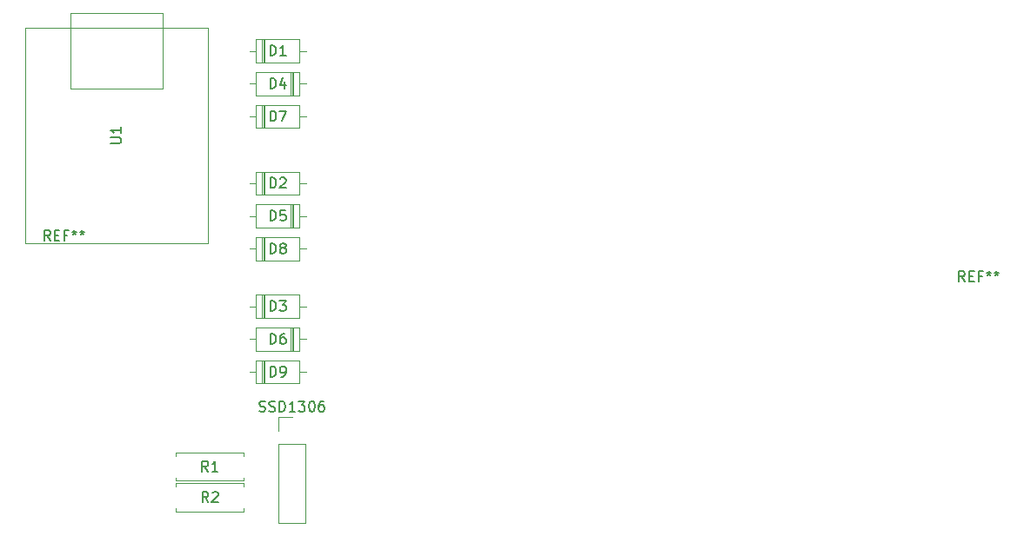
<source format=gbr>
%TF.GenerationSoftware,KiCad,Pcbnew,8.0.5+1*%
%TF.CreationDate,2024-10-20T23:16:08-06:00*%
%TF.ProjectId,Hackpad,4861636b-7061-4642-9e6b-696361645f70,rev?*%
%TF.SameCoordinates,Original*%
%TF.FileFunction,Legend,Top*%
%TF.FilePolarity,Positive*%
%FSLAX46Y46*%
G04 Gerber Fmt 4.6, Leading zero omitted, Abs format (unit mm)*
G04 Created by KiCad (PCBNEW 8.0.5+1) date 2024-10-20 23:16:08*
%MOMM*%
%LPD*%
G01*
G04 APERTURE LIST*
%ADD10C,0.150000*%
%ADD11C,0.120000*%
G04 APERTURE END LIST*
D10*
X40071905Y-42824819D02*
X40071905Y-41824819D01*
X40071905Y-41824819D02*
X40310000Y-41824819D01*
X40310000Y-41824819D02*
X40452857Y-41872438D01*
X40452857Y-41872438D02*
X40548095Y-41967676D01*
X40548095Y-41967676D02*
X40595714Y-42062914D01*
X40595714Y-42062914D02*
X40643333Y-42253390D01*
X40643333Y-42253390D02*
X40643333Y-42396247D01*
X40643333Y-42396247D02*
X40595714Y-42586723D01*
X40595714Y-42586723D02*
X40548095Y-42681961D01*
X40548095Y-42681961D02*
X40452857Y-42777200D01*
X40452857Y-42777200D02*
X40310000Y-42824819D01*
X40310000Y-42824819D02*
X40071905Y-42824819D01*
X40976667Y-41824819D02*
X41595714Y-41824819D01*
X41595714Y-41824819D02*
X41262381Y-42205771D01*
X41262381Y-42205771D02*
X41405238Y-42205771D01*
X41405238Y-42205771D02*
X41500476Y-42253390D01*
X41500476Y-42253390D02*
X41548095Y-42301009D01*
X41548095Y-42301009D02*
X41595714Y-42396247D01*
X41595714Y-42396247D02*
X41595714Y-42634342D01*
X41595714Y-42634342D02*
X41548095Y-42729580D01*
X41548095Y-42729580D02*
X41500476Y-42777200D01*
X41500476Y-42777200D02*
X41405238Y-42824819D01*
X41405238Y-42824819D02*
X41119524Y-42824819D01*
X41119524Y-42824819D02*
X41024286Y-42777200D01*
X41024286Y-42777200D02*
X40976667Y-42729580D01*
X40071905Y-30824819D02*
X40071905Y-29824819D01*
X40071905Y-29824819D02*
X40310000Y-29824819D01*
X40310000Y-29824819D02*
X40452857Y-29872438D01*
X40452857Y-29872438D02*
X40548095Y-29967676D01*
X40548095Y-29967676D02*
X40595714Y-30062914D01*
X40595714Y-30062914D02*
X40643333Y-30253390D01*
X40643333Y-30253390D02*
X40643333Y-30396247D01*
X40643333Y-30396247D02*
X40595714Y-30586723D01*
X40595714Y-30586723D02*
X40548095Y-30681961D01*
X40548095Y-30681961D02*
X40452857Y-30777200D01*
X40452857Y-30777200D02*
X40310000Y-30824819D01*
X40310000Y-30824819D02*
X40071905Y-30824819D01*
X41024286Y-29920057D02*
X41071905Y-29872438D01*
X41071905Y-29872438D02*
X41167143Y-29824819D01*
X41167143Y-29824819D02*
X41405238Y-29824819D01*
X41405238Y-29824819D02*
X41500476Y-29872438D01*
X41500476Y-29872438D02*
X41548095Y-29920057D01*
X41548095Y-29920057D02*
X41595714Y-30015295D01*
X41595714Y-30015295D02*
X41595714Y-30110533D01*
X41595714Y-30110533D02*
X41548095Y-30253390D01*
X41548095Y-30253390D02*
X40976667Y-30824819D01*
X40976667Y-30824819D02*
X41595714Y-30824819D01*
X40071905Y-21124819D02*
X40071905Y-20124819D01*
X40071905Y-20124819D02*
X40310000Y-20124819D01*
X40310000Y-20124819D02*
X40452857Y-20172438D01*
X40452857Y-20172438D02*
X40548095Y-20267676D01*
X40548095Y-20267676D02*
X40595714Y-20362914D01*
X40595714Y-20362914D02*
X40643333Y-20553390D01*
X40643333Y-20553390D02*
X40643333Y-20696247D01*
X40643333Y-20696247D02*
X40595714Y-20886723D01*
X40595714Y-20886723D02*
X40548095Y-20981961D01*
X40548095Y-20981961D02*
X40452857Y-21077200D01*
X40452857Y-21077200D02*
X40310000Y-21124819D01*
X40310000Y-21124819D02*
X40071905Y-21124819D01*
X41500476Y-20458152D02*
X41500476Y-21124819D01*
X41262381Y-20077200D02*
X41024286Y-20791485D01*
X41024286Y-20791485D02*
X41643333Y-20791485D01*
X40071905Y-46024819D02*
X40071905Y-45024819D01*
X40071905Y-45024819D02*
X40310000Y-45024819D01*
X40310000Y-45024819D02*
X40452857Y-45072438D01*
X40452857Y-45072438D02*
X40548095Y-45167676D01*
X40548095Y-45167676D02*
X40595714Y-45262914D01*
X40595714Y-45262914D02*
X40643333Y-45453390D01*
X40643333Y-45453390D02*
X40643333Y-45596247D01*
X40643333Y-45596247D02*
X40595714Y-45786723D01*
X40595714Y-45786723D02*
X40548095Y-45881961D01*
X40548095Y-45881961D02*
X40452857Y-45977200D01*
X40452857Y-45977200D02*
X40310000Y-46024819D01*
X40310000Y-46024819D02*
X40071905Y-46024819D01*
X41500476Y-45024819D02*
X41310000Y-45024819D01*
X41310000Y-45024819D02*
X41214762Y-45072438D01*
X41214762Y-45072438D02*
X41167143Y-45120057D01*
X41167143Y-45120057D02*
X41071905Y-45262914D01*
X41071905Y-45262914D02*
X41024286Y-45453390D01*
X41024286Y-45453390D02*
X41024286Y-45834342D01*
X41024286Y-45834342D02*
X41071905Y-45929580D01*
X41071905Y-45929580D02*
X41119524Y-45977200D01*
X41119524Y-45977200D02*
X41214762Y-46024819D01*
X41214762Y-46024819D02*
X41405238Y-46024819D01*
X41405238Y-46024819D02*
X41500476Y-45977200D01*
X41500476Y-45977200D02*
X41548095Y-45929580D01*
X41548095Y-45929580D02*
X41595714Y-45834342D01*
X41595714Y-45834342D02*
X41595714Y-45596247D01*
X41595714Y-45596247D02*
X41548095Y-45501009D01*
X41548095Y-45501009D02*
X41500476Y-45453390D01*
X41500476Y-45453390D02*
X41405238Y-45405771D01*
X41405238Y-45405771D02*
X41214762Y-45405771D01*
X41214762Y-45405771D02*
X41119524Y-45453390D01*
X41119524Y-45453390D02*
X41071905Y-45501009D01*
X41071905Y-45501009D02*
X41024286Y-45596247D01*
X18666666Y-35954819D02*
X18333333Y-35478628D01*
X18095238Y-35954819D02*
X18095238Y-34954819D01*
X18095238Y-34954819D02*
X18476190Y-34954819D01*
X18476190Y-34954819D02*
X18571428Y-35002438D01*
X18571428Y-35002438D02*
X18619047Y-35050057D01*
X18619047Y-35050057D02*
X18666666Y-35145295D01*
X18666666Y-35145295D02*
X18666666Y-35288152D01*
X18666666Y-35288152D02*
X18619047Y-35383390D01*
X18619047Y-35383390D02*
X18571428Y-35431009D01*
X18571428Y-35431009D02*
X18476190Y-35478628D01*
X18476190Y-35478628D02*
X18095238Y-35478628D01*
X19095238Y-35431009D02*
X19428571Y-35431009D01*
X19571428Y-35954819D02*
X19095238Y-35954819D01*
X19095238Y-35954819D02*
X19095238Y-34954819D01*
X19095238Y-34954819D02*
X19571428Y-34954819D01*
X20333333Y-35431009D02*
X20000000Y-35431009D01*
X20000000Y-35954819D02*
X20000000Y-34954819D01*
X20000000Y-34954819D02*
X20476190Y-34954819D01*
X21000000Y-34954819D02*
X21000000Y-35192914D01*
X20761905Y-35097676D02*
X21000000Y-35192914D01*
X21000000Y-35192914D02*
X21238095Y-35097676D01*
X20857143Y-35383390D02*
X21000000Y-35192914D01*
X21000000Y-35192914D02*
X21142857Y-35383390D01*
X21761905Y-34954819D02*
X21761905Y-35192914D01*
X21523810Y-35097676D02*
X21761905Y-35192914D01*
X21761905Y-35192914D02*
X22000000Y-35097676D01*
X21619048Y-35383390D02*
X21761905Y-35192914D01*
X21761905Y-35192914D02*
X21904762Y-35383390D01*
X40071905Y-37224819D02*
X40071905Y-36224819D01*
X40071905Y-36224819D02*
X40310000Y-36224819D01*
X40310000Y-36224819D02*
X40452857Y-36272438D01*
X40452857Y-36272438D02*
X40548095Y-36367676D01*
X40548095Y-36367676D02*
X40595714Y-36462914D01*
X40595714Y-36462914D02*
X40643333Y-36653390D01*
X40643333Y-36653390D02*
X40643333Y-36796247D01*
X40643333Y-36796247D02*
X40595714Y-36986723D01*
X40595714Y-36986723D02*
X40548095Y-37081961D01*
X40548095Y-37081961D02*
X40452857Y-37177200D01*
X40452857Y-37177200D02*
X40310000Y-37224819D01*
X40310000Y-37224819D02*
X40071905Y-37224819D01*
X41214762Y-36653390D02*
X41119524Y-36605771D01*
X41119524Y-36605771D02*
X41071905Y-36558152D01*
X41071905Y-36558152D02*
X41024286Y-36462914D01*
X41024286Y-36462914D02*
X41024286Y-36415295D01*
X41024286Y-36415295D02*
X41071905Y-36320057D01*
X41071905Y-36320057D02*
X41119524Y-36272438D01*
X41119524Y-36272438D02*
X41214762Y-36224819D01*
X41214762Y-36224819D02*
X41405238Y-36224819D01*
X41405238Y-36224819D02*
X41500476Y-36272438D01*
X41500476Y-36272438D02*
X41548095Y-36320057D01*
X41548095Y-36320057D02*
X41595714Y-36415295D01*
X41595714Y-36415295D02*
X41595714Y-36462914D01*
X41595714Y-36462914D02*
X41548095Y-36558152D01*
X41548095Y-36558152D02*
X41500476Y-36605771D01*
X41500476Y-36605771D02*
X41405238Y-36653390D01*
X41405238Y-36653390D02*
X41214762Y-36653390D01*
X41214762Y-36653390D02*
X41119524Y-36701009D01*
X41119524Y-36701009D02*
X41071905Y-36748628D01*
X41071905Y-36748628D02*
X41024286Y-36843866D01*
X41024286Y-36843866D02*
X41024286Y-37034342D01*
X41024286Y-37034342D02*
X41071905Y-37129580D01*
X41071905Y-37129580D02*
X41119524Y-37177200D01*
X41119524Y-37177200D02*
X41214762Y-37224819D01*
X41214762Y-37224819D02*
X41405238Y-37224819D01*
X41405238Y-37224819D02*
X41500476Y-37177200D01*
X41500476Y-37177200D02*
X41548095Y-37129580D01*
X41548095Y-37129580D02*
X41595714Y-37034342D01*
X41595714Y-37034342D02*
X41595714Y-36843866D01*
X41595714Y-36843866D02*
X41548095Y-36748628D01*
X41548095Y-36748628D02*
X41500476Y-36701009D01*
X41500476Y-36701009D02*
X41405238Y-36653390D01*
X34023333Y-58454819D02*
X33690000Y-57978628D01*
X33451905Y-58454819D02*
X33451905Y-57454819D01*
X33451905Y-57454819D02*
X33832857Y-57454819D01*
X33832857Y-57454819D02*
X33928095Y-57502438D01*
X33928095Y-57502438D02*
X33975714Y-57550057D01*
X33975714Y-57550057D02*
X34023333Y-57645295D01*
X34023333Y-57645295D02*
X34023333Y-57788152D01*
X34023333Y-57788152D02*
X33975714Y-57883390D01*
X33975714Y-57883390D02*
X33928095Y-57931009D01*
X33928095Y-57931009D02*
X33832857Y-57978628D01*
X33832857Y-57978628D02*
X33451905Y-57978628D01*
X34975714Y-58454819D02*
X34404286Y-58454819D01*
X34690000Y-58454819D02*
X34690000Y-57454819D01*
X34690000Y-57454819D02*
X34594762Y-57597676D01*
X34594762Y-57597676D02*
X34499524Y-57692914D01*
X34499524Y-57692914D02*
X34404286Y-57740533D01*
X39023333Y-52577200D02*
X39166190Y-52624819D01*
X39166190Y-52624819D02*
X39404285Y-52624819D01*
X39404285Y-52624819D02*
X39499523Y-52577200D01*
X39499523Y-52577200D02*
X39547142Y-52529580D01*
X39547142Y-52529580D02*
X39594761Y-52434342D01*
X39594761Y-52434342D02*
X39594761Y-52339104D01*
X39594761Y-52339104D02*
X39547142Y-52243866D01*
X39547142Y-52243866D02*
X39499523Y-52196247D01*
X39499523Y-52196247D02*
X39404285Y-52148628D01*
X39404285Y-52148628D02*
X39213809Y-52101009D01*
X39213809Y-52101009D02*
X39118571Y-52053390D01*
X39118571Y-52053390D02*
X39070952Y-52005771D01*
X39070952Y-52005771D02*
X39023333Y-51910533D01*
X39023333Y-51910533D02*
X39023333Y-51815295D01*
X39023333Y-51815295D02*
X39070952Y-51720057D01*
X39070952Y-51720057D02*
X39118571Y-51672438D01*
X39118571Y-51672438D02*
X39213809Y-51624819D01*
X39213809Y-51624819D02*
X39451904Y-51624819D01*
X39451904Y-51624819D02*
X39594761Y-51672438D01*
X39975714Y-52577200D02*
X40118571Y-52624819D01*
X40118571Y-52624819D02*
X40356666Y-52624819D01*
X40356666Y-52624819D02*
X40451904Y-52577200D01*
X40451904Y-52577200D02*
X40499523Y-52529580D01*
X40499523Y-52529580D02*
X40547142Y-52434342D01*
X40547142Y-52434342D02*
X40547142Y-52339104D01*
X40547142Y-52339104D02*
X40499523Y-52243866D01*
X40499523Y-52243866D02*
X40451904Y-52196247D01*
X40451904Y-52196247D02*
X40356666Y-52148628D01*
X40356666Y-52148628D02*
X40166190Y-52101009D01*
X40166190Y-52101009D02*
X40070952Y-52053390D01*
X40070952Y-52053390D02*
X40023333Y-52005771D01*
X40023333Y-52005771D02*
X39975714Y-51910533D01*
X39975714Y-51910533D02*
X39975714Y-51815295D01*
X39975714Y-51815295D02*
X40023333Y-51720057D01*
X40023333Y-51720057D02*
X40070952Y-51672438D01*
X40070952Y-51672438D02*
X40166190Y-51624819D01*
X40166190Y-51624819D02*
X40404285Y-51624819D01*
X40404285Y-51624819D02*
X40547142Y-51672438D01*
X40975714Y-52624819D02*
X40975714Y-51624819D01*
X40975714Y-51624819D02*
X41213809Y-51624819D01*
X41213809Y-51624819D02*
X41356666Y-51672438D01*
X41356666Y-51672438D02*
X41451904Y-51767676D01*
X41451904Y-51767676D02*
X41499523Y-51862914D01*
X41499523Y-51862914D02*
X41547142Y-52053390D01*
X41547142Y-52053390D02*
X41547142Y-52196247D01*
X41547142Y-52196247D02*
X41499523Y-52386723D01*
X41499523Y-52386723D02*
X41451904Y-52481961D01*
X41451904Y-52481961D02*
X41356666Y-52577200D01*
X41356666Y-52577200D02*
X41213809Y-52624819D01*
X41213809Y-52624819D02*
X40975714Y-52624819D01*
X42499523Y-52624819D02*
X41928095Y-52624819D01*
X42213809Y-52624819D02*
X42213809Y-51624819D01*
X42213809Y-51624819D02*
X42118571Y-51767676D01*
X42118571Y-51767676D02*
X42023333Y-51862914D01*
X42023333Y-51862914D02*
X41928095Y-51910533D01*
X42832857Y-51624819D02*
X43451904Y-51624819D01*
X43451904Y-51624819D02*
X43118571Y-52005771D01*
X43118571Y-52005771D02*
X43261428Y-52005771D01*
X43261428Y-52005771D02*
X43356666Y-52053390D01*
X43356666Y-52053390D02*
X43404285Y-52101009D01*
X43404285Y-52101009D02*
X43451904Y-52196247D01*
X43451904Y-52196247D02*
X43451904Y-52434342D01*
X43451904Y-52434342D02*
X43404285Y-52529580D01*
X43404285Y-52529580D02*
X43356666Y-52577200D01*
X43356666Y-52577200D02*
X43261428Y-52624819D01*
X43261428Y-52624819D02*
X42975714Y-52624819D01*
X42975714Y-52624819D02*
X42880476Y-52577200D01*
X42880476Y-52577200D02*
X42832857Y-52529580D01*
X44070952Y-51624819D02*
X44166190Y-51624819D01*
X44166190Y-51624819D02*
X44261428Y-51672438D01*
X44261428Y-51672438D02*
X44309047Y-51720057D01*
X44309047Y-51720057D02*
X44356666Y-51815295D01*
X44356666Y-51815295D02*
X44404285Y-52005771D01*
X44404285Y-52005771D02*
X44404285Y-52243866D01*
X44404285Y-52243866D02*
X44356666Y-52434342D01*
X44356666Y-52434342D02*
X44309047Y-52529580D01*
X44309047Y-52529580D02*
X44261428Y-52577200D01*
X44261428Y-52577200D02*
X44166190Y-52624819D01*
X44166190Y-52624819D02*
X44070952Y-52624819D01*
X44070952Y-52624819D02*
X43975714Y-52577200D01*
X43975714Y-52577200D02*
X43928095Y-52529580D01*
X43928095Y-52529580D02*
X43880476Y-52434342D01*
X43880476Y-52434342D02*
X43832857Y-52243866D01*
X43832857Y-52243866D02*
X43832857Y-52005771D01*
X43832857Y-52005771D02*
X43880476Y-51815295D01*
X43880476Y-51815295D02*
X43928095Y-51720057D01*
X43928095Y-51720057D02*
X43975714Y-51672438D01*
X43975714Y-51672438D02*
X44070952Y-51624819D01*
X45261428Y-51624819D02*
X45070952Y-51624819D01*
X45070952Y-51624819D02*
X44975714Y-51672438D01*
X44975714Y-51672438D02*
X44928095Y-51720057D01*
X44928095Y-51720057D02*
X44832857Y-51862914D01*
X44832857Y-51862914D02*
X44785238Y-52053390D01*
X44785238Y-52053390D02*
X44785238Y-52434342D01*
X44785238Y-52434342D02*
X44832857Y-52529580D01*
X44832857Y-52529580D02*
X44880476Y-52577200D01*
X44880476Y-52577200D02*
X44975714Y-52624819D01*
X44975714Y-52624819D02*
X45166190Y-52624819D01*
X45166190Y-52624819D02*
X45261428Y-52577200D01*
X45261428Y-52577200D02*
X45309047Y-52529580D01*
X45309047Y-52529580D02*
X45356666Y-52434342D01*
X45356666Y-52434342D02*
X45356666Y-52196247D01*
X45356666Y-52196247D02*
X45309047Y-52101009D01*
X45309047Y-52101009D02*
X45261428Y-52053390D01*
X45261428Y-52053390D02*
X45166190Y-52005771D01*
X45166190Y-52005771D02*
X44975714Y-52005771D01*
X44975714Y-52005771D02*
X44880476Y-52053390D01*
X44880476Y-52053390D02*
X44832857Y-52101009D01*
X44832857Y-52101009D02*
X44785238Y-52196247D01*
X40071905Y-49224819D02*
X40071905Y-48224819D01*
X40071905Y-48224819D02*
X40310000Y-48224819D01*
X40310000Y-48224819D02*
X40452857Y-48272438D01*
X40452857Y-48272438D02*
X40548095Y-48367676D01*
X40548095Y-48367676D02*
X40595714Y-48462914D01*
X40595714Y-48462914D02*
X40643333Y-48653390D01*
X40643333Y-48653390D02*
X40643333Y-48796247D01*
X40643333Y-48796247D02*
X40595714Y-48986723D01*
X40595714Y-48986723D02*
X40548095Y-49081961D01*
X40548095Y-49081961D02*
X40452857Y-49177200D01*
X40452857Y-49177200D02*
X40310000Y-49224819D01*
X40310000Y-49224819D02*
X40071905Y-49224819D01*
X41119524Y-49224819D02*
X41310000Y-49224819D01*
X41310000Y-49224819D02*
X41405238Y-49177200D01*
X41405238Y-49177200D02*
X41452857Y-49129580D01*
X41452857Y-49129580D02*
X41548095Y-48986723D01*
X41548095Y-48986723D02*
X41595714Y-48796247D01*
X41595714Y-48796247D02*
X41595714Y-48415295D01*
X41595714Y-48415295D02*
X41548095Y-48320057D01*
X41548095Y-48320057D02*
X41500476Y-48272438D01*
X41500476Y-48272438D02*
X41405238Y-48224819D01*
X41405238Y-48224819D02*
X41214762Y-48224819D01*
X41214762Y-48224819D02*
X41119524Y-48272438D01*
X41119524Y-48272438D02*
X41071905Y-48320057D01*
X41071905Y-48320057D02*
X41024286Y-48415295D01*
X41024286Y-48415295D02*
X41024286Y-48653390D01*
X41024286Y-48653390D02*
X41071905Y-48748628D01*
X41071905Y-48748628D02*
X41119524Y-48796247D01*
X41119524Y-48796247D02*
X41214762Y-48843866D01*
X41214762Y-48843866D02*
X41405238Y-48843866D01*
X41405238Y-48843866D02*
X41500476Y-48796247D01*
X41500476Y-48796247D02*
X41548095Y-48748628D01*
X41548095Y-48748628D02*
X41595714Y-48653390D01*
X34053333Y-61454819D02*
X33720000Y-60978628D01*
X33481905Y-61454819D02*
X33481905Y-60454819D01*
X33481905Y-60454819D02*
X33862857Y-60454819D01*
X33862857Y-60454819D02*
X33958095Y-60502438D01*
X33958095Y-60502438D02*
X34005714Y-60550057D01*
X34005714Y-60550057D02*
X34053333Y-60645295D01*
X34053333Y-60645295D02*
X34053333Y-60788152D01*
X34053333Y-60788152D02*
X34005714Y-60883390D01*
X34005714Y-60883390D02*
X33958095Y-60931009D01*
X33958095Y-60931009D02*
X33862857Y-60978628D01*
X33862857Y-60978628D02*
X33481905Y-60978628D01*
X34434286Y-60550057D02*
X34481905Y-60502438D01*
X34481905Y-60502438D02*
X34577143Y-60454819D01*
X34577143Y-60454819D02*
X34815238Y-60454819D01*
X34815238Y-60454819D02*
X34910476Y-60502438D01*
X34910476Y-60502438D02*
X34958095Y-60550057D01*
X34958095Y-60550057D02*
X35005714Y-60645295D01*
X35005714Y-60645295D02*
X35005714Y-60740533D01*
X35005714Y-60740533D02*
X34958095Y-60883390D01*
X34958095Y-60883390D02*
X34386667Y-61454819D01*
X34386667Y-61454819D02*
X35005714Y-61454819D01*
X107666666Y-39954819D02*
X107333333Y-39478628D01*
X107095238Y-39954819D02*
X107095238Y-38954819D01*
X107095238Y-38954819D02*
X107476190Y-38954819D01*
X107476190Y-38954819D02*
X107571428Y-39002438D01*
X107571428Y-39002438D02*
X107619047Y-39050057D01*
X107619047Y-39050057D02*
X107666666Y-39145295D01*
X107666666Y-39145295D02*
X107666666Y-39288152D01*
X107666666Y-39288152D02*
X107619047Y-39383390D01*
X107619047Y-39383390D02*
X107571428Y-39431009D01*
X107571428Y-39431009D02*
X107476190Y-39478628D01*
X107476190Y-39478628D02*
X107095238Y-39478628D01*
X108095238Y-39431009D02*
X108428571Y-39431009D01*
X108571428Y-39954819D02*
X108095238Y-39954819D01*
X108095238Y-39954819D02*
X108095238Y-38954819D01*
X108095238Y-38954819D02*
X108571428Y-38954819D01*
X109333333Y-39431009D02*
X109000000Y-39431009D01*
X109000000Y-39954819D02*
X109000000Y-38954819D01*
X109000000Y-38954819D02*
X109476190Y-38954819D01*
X110000000Y-38954819D02*
X110000000Y-39192914D01*
X109761905Y-39097676D02*
X110000000Y-39192914D01*
X110000000Y-39192914D02*
X110238095Y-39097676D01*
X109857143Y-39383390D02*
X110000000Y-39192914D01*
X110000000Y-39192914D02*
X110142857Y-39383390D01*
X110761905Y-38954819D02*
X110761905Y-39192914D01*
X110523810Y-39097676D02*
X110761905Y-39192914D01*
X110761905Y-39192914D02*
X111000000Y-39097676D01*
X110619048Y-39383390D02*
X110761905Y-39192914D01*
X110761905Y-39192914D02*
X110904762Y-39383390D01*
X40071905Y-24324819D02*
X40071905Y-23324819D01*
X40071905Y-23324819D02*
X40310000Y-23324819D01*
X40310000Y-23324819D02*
X40452857Y-23372438D01*
X40452857Y-23372438D02*
X40548095Y-23467676D01*
X40548095Y-23467676D02*
X40595714Y-23562914D01*
X40595714Y-23562914D02*
X40643333Y-23753390D01*
X40643333Y-23753390D02*
X40643333Y-23896247D01*
X40643333Y-23896247D02*
X40595714Y-24086723D01*
X40595714Y-24086723D02*
X40548095Y-24181961D01*
X40548095Y-24181961D02*
X40452857Y-24277200D01*
X40452857Y-24277200D02*
X40310000Y-24324819D01*
X40310000Y-24324819D02*
X40071905Y-24324819D01*
X40976667Y-23324819D02*
X41643333Y-23324819D01*
X41643333Y-23324819D02*
X41214762Y-24324819D01*
X24554819Y-26486904D02*
X25364342Y-26486904D01*
X25364342Y-26486904D02*
X25459580Y-26439285D01*
X25459580Y-26439285D02*
X25507200Y-26391666D01*
X25507200Y-26391666D02*
X25554819Y-26296428D01*
X25554819Y-26296428D02*
X25554819Y-26105952D01*
X25554819Y-26105952D02*
X25507200Y-26010714D01*
X25507200Y-26010714D02*
X25459580Y-25963095D01*
X25459580Y-25963095D02*
X25364342Y-25915476D01*
X25364342Y-25915476D02*
X24554819Y-25915476D01*
X25554819Y-24915476D02*
X25554819Y-25486904D01*
X25554819Y-25201190D02*
X24554819Y-25201190D01*
X24554819Y-25201190D02*
X24697676Y-25296428D01*
X24697676Y-25296428D02*
X24792914Y-25391666D01*
X24792914Y-25391666D02*
X24840533Y-25486904D01*
X40071905Y-34024819D02*
X40071905Y-33024819D01*
X40071905Y-33024819D02*
X40310000Y-33024819D01*
X40310000Y-33024819D02*
X40452857Y-33072438D01*
X40452857Y-33072438D02*
X40548095Y-33167676D01*
X40548095Y-33167676D02*
X40595714Y-33262914D01*
X40595714Y-33262914D02*
X40643333Y-33453390D01*
X40643333Y-33453390D02*
X40643333Y-33596247D01*
X40643333Y-33596247D02*
X40595714Y-33786723D01*
X40595714Y-33786723D02*
X40548095Y-33881961D01*
X40548095Y-33881961D02*
X40452857Y-33977200D01*
X40452857Y-33977200D02*
X40310000Y-34024819D01*
X40310000Y-34024819D02*
X40071905Y-34024819D01*
X41548095Y-33024819D02*
X41071905Y-33024819D01*
X41071905Y-33024819D02*
X41024286Y-33501009D01*
X41024286Y-33501009D02*
X41071905Y-33453390D01*
X41071905Y-33453390D02*
X41167143Y-33405771D01*
X41167143Y-33405771D02*
X41405238Y-33405771D01*
X41405238Y-33405771D02*
X41500476Y-33453390D01*
X41500476Y-33453390D02*
X41548095Y-33501009D01*
X41548095Y-33501009D02*
X41595714Y-33596247D01*
X41595714Y-33596247D02*
X41595714Y-33834342D01*
X41595714Y-33834342D02*
X41548095Y-33929580D01*
X41548095Y-33929580D02*
X41500476Y-33977200D01*
X41500476Y-33977200D02*
X41405238Y-34024819D01*
X41405238Y-34024819D02*
X41167143Y-34024819D01*
X41167143Y-34024819D02*
X41071905Y-33977200D01*
X41071905Y-33977200D02*
X41024286Y-33929580D01*
X40071905Y-17924819D02*
X40071905Y-16924819D01*
X40071905Y-16924819D02*
X40310000Y-16924819D01*
X40310000Y-16924819D02*
X40452857Y-16972438D01*
X40452857Y-16972438D02*
X40548095Y-17067676D01*
X40548095Y-17067676D02*
X40595714Y-17162914D01*
X40595714Y-17162914D02*
X40643333Y-17353390D01*
X40643333Y-17353390D02*
X40643333Y-17496247D01*
X40643333Y-17496247D02*
X40595714Y-17686723D01*
X40595714Y-17686723D02*
X40548095Y-17781961D01*
X40548095Y-17781961D02*
X40452857Y-17877200D01*
X40452857Y-17877200D02*
X40310000Y-17924819D01*
X40310000Y-17924819D02*
X40071905Y-17924819D01*
X41595714Y-17924819D02*
X41024286Y-17924819D01*
X41310000Y-17924819D02*
X41310000Y-16924819D01*
X41310000Y-16924819D02*
X41214762Y-17067676D01*
X41214762Y-17067676D02*
X41119524Y-17162914D01*
X41119524Y-17162914D02*
X41024286Y-17210533D01*
D11*
%TO.C,D3*%
X38040000Y-42370000D02*
X38690000Y-42370000D01*
X38690000Y-41250000D02*
X38690000Y-43490000D01*
X38690000Y-43490000D02*
X42930000Y-43490000D01*
X39290000Y-41250000D02*
X39290000Y-43490000D01*
X39410000Y-41250000D02*
X39410000Y-43490000D01*
X39530000Y-41250000D02*
X39530000Y-43490000D01*
X42930000Y-41250000D02*
X38690000Y-41250000D01*
X42930000Y-43490000D02*
X42930000Y-41250000D01*
X43580000Y-42370000D02*
X42930000Y-42370000D01*
%TO.C,D2*%
X38040000Y-30370000D02*
X38690000Y-30370000D01*
X38690000Y-29250000D02*
X38690000Y-31490000D01*
X38690000Y-31490000D02*
X42930000Y-31490000D01*
X39290000Y-29250000D02*
X39290000Y-31490000D01*
X39410000Y-29250000D02*
X39410000Y-31490000D01*
X39530000Y-29250000D02*
X39530000Y-31490000D01*
X42930000Y-29250000D02*
X38690000Y-29250000D01*
X42930000Y-31490000D02*
X42930000Y-29250000D01*
X43580000Y-30370000D02*
X42930000Y-30370000D01*
%TO.C,D4*%
X38040000Y-20670000D02*
X38690000Y-20670000D01*
X38690000Y-19550000D02*
X38690000Y-21790000D01*
X38690000Y-21790000D02*
X42930000Y-21790000D01*
X42090000Y-21790000D02*
X42090000Y-19550000D01*
X42210000Y-21790000D02*
X42210000Y-19550000D01*
X42330000Y-21790000D02*
X42330000Y-19550000D01*
X42930000Y-19550000D02*
X38690000Y-19550000D01*
X42930000Y-21790000D02*
X42930000Y-19550000D01*
X43580000Y-20670000D02*
X42930000Y-20670000D01*
%TO.C,D6*%
X38040000Y-45570000D02*
X38690000Y-45570000D01*
X38690000Y-44450000D02*
X38690000Y-46690000D01*
X38690000Y-46690000D02*
X42930000Y-46690000D01*
X42090000Y-46690000D02*
X42090000Y-44450000D01*
X42210000Y-46690000D02*
X42210000Y-44450000D01*
X42330000Y-46690000D02*
X42330000Y-44450000D01*
X42930000Y-44450000D02*
X38690000Y-44450000D01*
X42930000Y-46690000D02*
X42930000Y-44450000D01*
X43580000Y-45570000D02*
X42930000Y-45570000D01*
%TO.C,D8*%
X38040000Y-36770000D02*
X38690000Y-36770000D01*
X38690000Y-35650000D02*
X38690000Y-37890000D01*
X38690000Y-37890000D02*
X42930000Y-37890000D01*
X39290000Y-35650000D02*
X39290000Y-37890000D01*
X39410000Y-35650000D02*
X39410000Y-37890000D01*
X39530000Y-35650000D02*
X39530000Y-37890000D01*
X42930000Y-35650000D02*
X38690000Y-35650000D01*
X42930000Y-37890000D02*
X42930000Y-35650000D01*
X43580000Y-36770000D02*
X42930000Y-36770000D01*
%TO.C,R1*%
X30920000Y-56630000D02*
X30920000Y-56960000D01*
X30920000Y-59370000D02*
X30920000Y-59040000D01*
X37460000Y-56630000D02*
X30920000Y-56630000D01*
X37460000Y-56960000D02*
X37460000Y-56630000D01*
X37460000Y-59040000D02*
X37460000Y-59370000D01*
X37460000Y-59370000D02*
X30920000Y-59370000D01*
%TO.C,SSD1306*%
X40860000Y-53170000D02*
X42190000Y-53170000D01*
X40860000Y-54500000D02*
X40860000Y-53170000D01*
X40860000Y-55770000D02*
X40860000Y-63450000D01*
X40860000Y-55770000D02*
X43520000Y-55770000D01*
X40860000Y-63450000D02*
X43520000Y-63450000D01*
X43520000Y-55770000D02*
X43520000Y-63450000D01*
%TO.C,D9*%
X38040000Y-48770000D02*
X38690000Y-48770000D01*
X38690000Y-47650000D02*
X38690000Y-49890000D01*
X38690000Y-49890000D02*
X42930000Y-49890000D01*
X39290000Y-47650000D02*
X39290000Y-49890000D01*
X39410000Y-47650000D02*
X39410000Y-49890000D01*
X39530000Y-47650000D02*
X39530000Y-49890000D01*
X42930000Y-47650000D02*
X38690000Y-47650000D01*
X42930000Y-49890000D02*
X42930000Y-47650000D01*
X43580000Y-48770000D02*
X42930000Y-48770000D01*
%TO.C,R2*%
X30920000Y-59630000D02*
X30920000Y-59960000D01*
X30920000Y-62370000D02*
X30920000Y-62040000D01*
X37460000Y-59630000D02*
X30920000Y-59630000D01*
X37460000Y-59960000D02*
X37460000Y-59630000D01*
X37460000Y-62040000D02*
X37460000Y-62370000D01*
X37460000Y-62370000D02*
X30920000Y-62370000D01*
%TO.C,D7*%
X38040000Y-23870000D02*
X38690000Y-23870000D01*
X38690000Y-22750000D02*
X38690000Y-24990000D01*
X38690000Y-24990000D02*
X42930000Y-24990000D01*
X39290000Y-22750000D02*
X39290000Y-24990000D01*
X39410000Y-22750000D02*
X39410000Y-24990000D01*
X39530000Y-22750000D02*
X39530000Y-24990000D01*
X42930000Y-22750000D02*
X38690000Y-22750000D01*
X42930000Y-24990000D02*
X42930000Y-22750000D01*
X43580000Y-23870000D02*
X42930000Y-23870000D01*
%TO.C,U1*%
X16210000Y-36225000D02*
X33990000Y-36225000D01*
X33990000Y-15225000D01*
X16210000Y-15225000D01*
X16210000Y-36225000D01*
X20600000Y-21155000D02*
X29600000Y-21155000D01*
X29600000Y-13825000D01*
X20600000Y-13825000D01*
X20600000Y-21155000D01*
%TO.C,D5*%
X38040000Y-33570000D02*
X38690000Y-33570000D01*
X38690000Y-32450000D02*
X38690000Y-34690000D01*
X38690000Y-34690000D02*
X42930000Y-34690000D01*
X42090000Y-34690000D02*
X42090000Y-32450000D01*
X42210000Y-34690000D02*
X42210000Y-32450000D01*
X42330000Y-34690000D02*
X42330000Y-32450000D01*
X42930000Y-32450000D02*
X38690000Y-32450000D01*
X42930000Y-34690000D02*
X42930000Y-32450000D01*
X43580000Y-33570000D02*
X42930000Y-33570000D01*
%TO.C,D1*%
X38040000Y-17470000D02*
X38690000Y-17470000D01*
X38690000Y-16350000D02*
X38690000Y-18590000D01*
X38690000Y-18590000D02*
X42930000Y-18590000D01*
X39290000Y-16350000D02*
X39290000Y-18590000D01*
X39410000Y-16350000D02*
X39410000Y-18590000D01*
X39530000Y-16350000D02*
X39530000Y-18590000D01*
X42930000Y-16350000D02*
X38690000Y-16350000D01*
X42930000Y-18590000D02*
X42930000Y-16350000D01*
X43580000Y-17470000D02*
X42930000Y-17470000D01*
%TD*%
M02*

</source>
